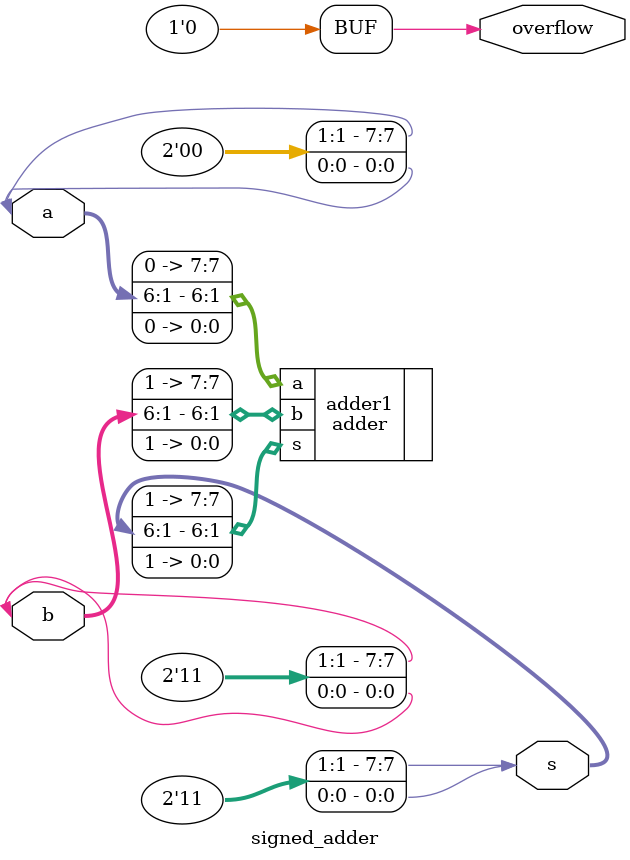
<source format=v>

module signed_adder(input [7:0] a,
    input [7:0] b,
    output [7:0] s,
    output overflow
); 

// The numbers a and b are added to the output s. 
// assign the occurence of the signed overflow of a and b to the output overflow.
// a signed overflow occurs if the most significant bits of a and b are low and the most significant bit of s is high
// a signed overflow may also occur if the most significant bits of a and b are high and the most significant bit of s is low


//low and high numbers
assign a[0] = 1'b0;
assign b[0] = 1'b1;

//low and high numbers
assign s[0] = 1'b1;

//high and low numbers
assign a[7] = 1'b0;
assign b[7] = 1'b1;

//high and low numbers
assign s[7] = 1'b1;

// adder
adder adder1(.a(a), .b(b), .s(s));

//overflow
assign overflow = (a[7] & b[7]) & ~s[7];

endmodule

</source>
